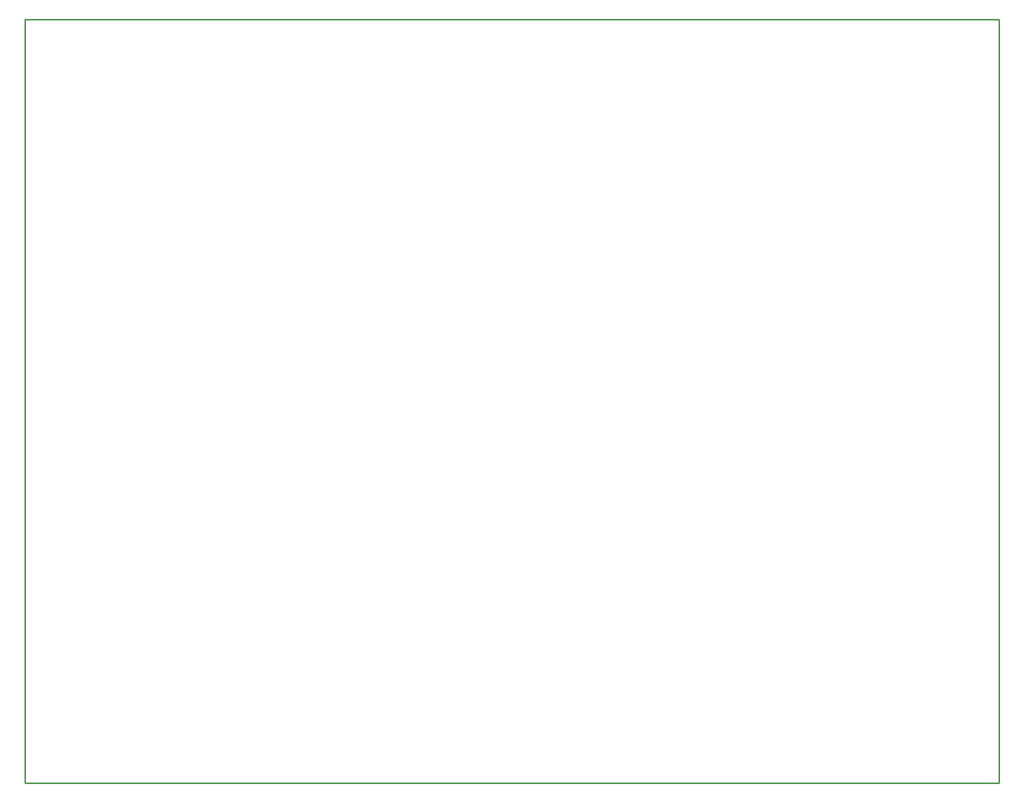
<source format=gm1>
G04 #@! TF.GenerationSoftware,KiCad,Pcbnew,(5.1.5)-3*
G04 #@! TF.CreationDate,2020-04-02T09:01:35+03:00*
G04 #@! TF.ProjectId,VentilaVitesco,56656e74-696c-4615-9669-746573636f2e,rev?*
G04 #@! TF.SameCoordinates,PX354a940PY93c3260*
G04 #@! TF.FileFunction,Profile,NP*
%FSLAX46Y46*%
G04 Gerber Fmt 4.6, Leading zero omitted, Abs format (unit mm)*
G04 Created by KiCad (PCBNEW (5.1.5)-3) date 2020-04-02 09:01:35*
%MOMM*%
%LPD*%
G04 APERTURE LIST*
%ADD10C,0.254000*%
G04 APERTURE END LIST*
D10*
X165100000Y0D02*
X0Y0D01*
X165100000Y129540000D02*
X165100000Y0D01*
X0Y129540000D02*
X165100000Y129540000D01*
X0Y0D02*
X0Y129540000D01*
M02*

</source>
